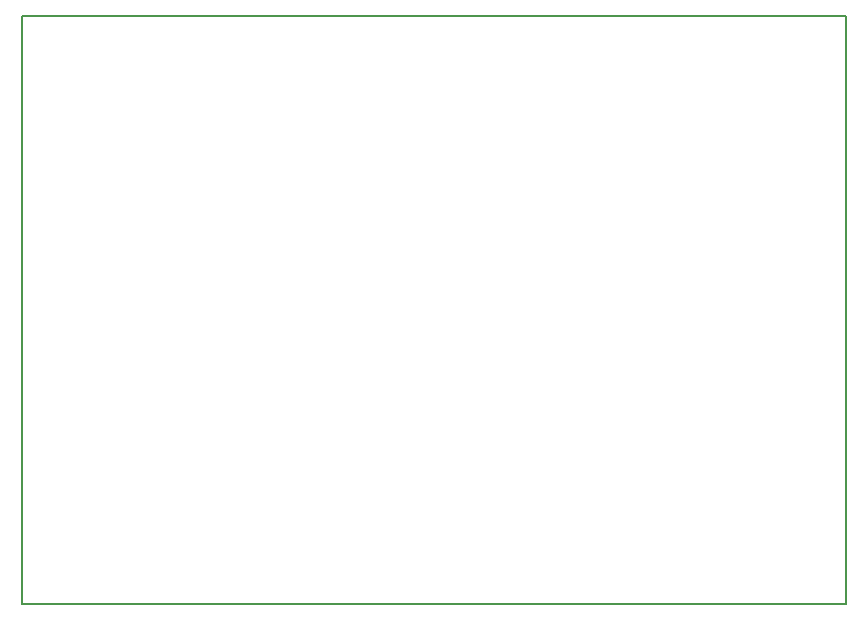
<source format=gm1>
G04 MADE WITH FRITZING*
G04 WWW.FRITZING.ORG*
G04 DOUBLE SIDED*
G04 HOLES PLATED*
G04 CONTOUR ON CENTER OF CONTOUR VECTOR*
%ASAXBY*%
%FSLAX23Y23*%
%MOIN*%
%OFA0B0*%
%SFA1.0B1.0*%
%ADD10R,2.755910X1.968500*%
%ADD11C,0.008000*%
%ADD10C,0.008*%
%LNCONTOUR*%
G90*
G70*
G54D10*
G54D11*
X4Y1965D02*
X2752Y1965D01*
X2752Y4D01*
X4Y4D01*
X4Y1965D01*
D02*
G04 End of contour*
M02*
</source>
